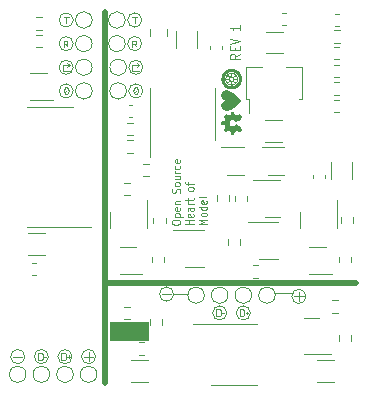
<source format=gbr>
%TF.GenerationSoftware,KiCad,Pcbnew,7.0.5*%
%TF.CreationDate,2023-07-30T18:51:37+03:00*%
%TF.ProjectId,models-heart,6d6f6465-6c73-42d6-9865-6172742e6b69,rev?*%
%TF.SameCoordinates,Original*%
%TF.FileFunction,Legend,Top*%
%TF.FilePolarity,Positive*%
%FSLAX46Y46*%
G04 Gerber Fmt 4.6, Leading zero omitted, Abs format (unit mm)*
G04 Created by KiCad (PCBNEW 7.0.5) date 2023-07-30 18:51:37*
%MOMM*%
%LPD*%
G01*
G04 APERTURE LIST*
%ADD10C,0.100000*%
%ADD11C,0.500000*%
%ADD12C,0.000000*%
%ADD13C,0.120000*%
G04 APERTURE END LIST*
D10*
X72400000Y-33700000D02*
X72200000Y-33700000D01*
X66900000Y-56500000D02*
G75*
G03*
X66900000Y-56500000I-600000J0D01*
G01*
X66500000Y-34300000D02*
X66600000Y-34000000D01*
X66300000Y-34300000D02*
X66500000Y-34300000D01*
X72900000Y-32000000D02*
G75*
G03*
X72900000Y-32000000I-600000J0D01*
G01*
X66200000Y-34000000D02*
X66300000Y-34300000D01*
X81500000Y-53000000D02*
X81400000Y-53100000D01*
X72000000Y-31800000D02*
X72600000Y-31800000D01*
X72300000Y-29750000D02*
X72300000Y-30000000D01*
X64300000Y-56200000D02*
X64400000Y-56300000D01*
D11*
X69700000Y-50300000D02*
X90900000Y-50300000D01*
D10*
X66400000Y-56300000D02*
X66400000Y-56700000D01*
X67000000Y-34000000D02*
G75*
G03*
X67000000Y-34000000I-600000J0D01*
G01*
X72400000Y-27750000D02*
X72200000Y-27750000D01*
X86500000Y-51400000D02*
X85700000Y-51400000D01*
X75500000Y-51200000D02*
G75*
G03*
X75500000Y-51200000I-600000J0D01*
G01*
X72500000Y-34000000D02*
X72400000Y-33700000D01*
X66700000Y-31800000D02*
X66500000Y-31600000D01*
X81400000Y-52500000D02*
X81100000Y-52500000D01*
X66200000Y-30000000D02*
X66500000Y-30000000D01*
X72600000Y-31800000D02*
X72400000Y-31600000D01*
X79400000Y-52500000D02*
X79500000Y-52600000D01*
X68300000Y-56100000D02*
X68300000Y-56900000D01*
X70100000Y-53600000D02*
X73300000Y-53600000D01*
X73300000Y-55100000D01*
X70100000Y-55100000D01*
X70100000Y-53600000D01*
G36*
X70100000Y-53600000D02*
G01*
X73300000Y-53600000D01*
X73300000Y-55100000D01*
X70100000Y-55100000D01*
X70100000Y-53600000D01*
G37*
X72200000Y-34300000D02*
X72400000Y-34300000D01*
X79800000Y-52800000D02*
X79600000Y-52800000D01*
X66600000Y-27750000D02*
X66400000Y-27750000D01*
X72000000Y-30000000D02*
X72300000Y-30000000D01*
X66400000Y-28250000D02*
X66400000Y-27750000D01*
X66100000Y-31800000D02*
X66700000Y-31800000D01*
X66400000Y-56700000D02*
X66300000Y-56800000D01*
X81700000Y-52700000D02*
X81700000Y-52900000D01*
X72600000Y-31800000D02*
X72400000Y-32000000D01*
X66100000Y-32300000D02*
X66100000Y-31800000D01*
D11*
X69700000Y-58700000D02*
X69700000Y-27300000D01*
D10*
X72100000Y-34000000D02*
X72200000Y-34300000D01*
X72000000Y-27750000D02*
X72400000Y-27750000D01*
X79500000Y-52600000D02*
X79500000Y-53000000D01*
X81800000Y-52800000D02*
X81600000Y-52800000D01*
X66300000Y-33700000D02*
X66200000Y-34000000D01*
D12*
G36*
X80452383Y-32136068D02*
G01*
X80508450Y-32140203D01*
X80564270Y-32147830D01*
X80619633Y-32158961D01*
X80674334Y-32173609D01*
X80728165Y-32191785D01*
X80748557Y-32199661D01*
X80768083Y-32207877D01*
X80786901Y-32216433D01*
X80805166Y-32225329D01*
X80823033Y-32234566D01*
X80840660Y-32244142D01*
X80858201Y-32254058D01*
X80875813Y-32264314D01*
X80887378Y-32271355D01*
X80898498Y-32278432D01*
X80909210Y-32285551D01*
X80919552Y-32292720D01*
X80929560Y-32299946D01*
X80939273Y-32307236D01*
X80948726Y-32314596D01*
X80957958Y-32322034D01*
X80975906Y-32337172D01*
X80993414Y-32352707D01*
X81010780Y-32368696D01*
X81028303Y-32385194D01*
X81081553Y-32440799D01*
X81102478Y-32464255D01*
X81122562Y-32489624D01*
X81141755Y-32516720D01*
X81160010Y-32545361D01*
X81177280Y-32575361D01*
X81193516Y-32606538D01*
X81208671Y-32638706D01*
X81222697Y-32671681D01*
X81235545Y-32705280D01*
X81247169Y-32739317D01*
X81257519Y-32773610D01*
X81266549Y-32807974D01*
X81274210Y-32842224D01*
X81280455Y-32876177D01*
X81285235Y-32909648D01*
X81288503Y-32942454D01*
X81290765Y-32985185D01*
X81290773Y-33028076D01*
X81288567Y-33071002D01*
X81284192Y-33113840D01*
X81277689Y-33156465D01*
X81269102Y-33198754D01*
X81258472Y-33240582D01*
X81245843Y-33281826D01*
X81231256Y-33322362D01*
X81214755Y-33362065D01*
X81196381Y-33400812D01*
X81176178Y-33438480D01*
X81154189Y-33474943D01*
X81130454Y-33510078D01*
X81105018Y-33543761D01*
X81077922Y-33575868D01*
X81075370Y-33579305D01*
X81074157Y-33580925D01*
X81072930Y-33582516D01*
X81071647Y-33584108D01*
X81070264Y-33585727D01*
X81069522Y-33586556D01*
X81068739Y-33587403D01*
X81067911Y-33588272D01*
X81067030Y-33589165D01*
X81052507Y-33603670D01*
X81051414Y-33604564D01*
X81050394Y-33605434D01*
X81049439Y-33606287D01*
X81048536Y-33607127D01*
X81047677Y-33607960D01*
X81046849Y-33608791D01*
X81045246Y-33610470D01*
X81041956Y-33614040D01*
X81040098Y-33616016D01*
X81037985Y-33618176D01*
X81011360Y-33644770D01*
X81004493Y-33651860D01*
X80997498Y-33658652D01*
X80990362Y-33665190D01*
X80983070Y-33671515D01*
X80975608Y-33677669D01*
X80967961Y-33683697D01*
X80960116Y-33689640D01*
X80952058Y-33695540D01*
X80926082Y-33714362D01*
X80899859Y-33732285D01*
X80873343Y-33749288D01*
X80846484Y-33765348D01*
X80819235Y-33780445D01*
X80791548Y-33794558D01*
X80763376Y-33807664D01*
X80734669Y-33819744D01*
X80705382Y-33830776D01*
X80675465Y-33840738D01*
X80644871Y-33849609D01*
X80613551Y-33857368D01*
X80581459Y-33863994D01*
X80548546Y-33869466D01*
X80514765Y-33873762D01*
X80480066Y-33876860D01*
X80436899Y-33879133D01*
X80404421Y-33879168D01*
X80393698Y-33879179D01*
X80350571Y-33877036D01*
X80307627Y-33872743D01*
X80264973Y-33866339D01*
X80222719Y-33857864D01*
X80180971Y-33847356D01*
X80139839Y-33834854D01*
X80099430Y-33820398D01*
X80059852Y-33804025D01*
X80021214Y-33785776D01*
X79983624Y-33765688D01*
X79947190Y-33743801D01*
X79912019Y-33720155D01*
X79878221Y-33694787D01*
X79845903Y-33667737D01*
X79844796Y-33666871D01*
X79843740Y-33666080D01*
X79842731Y-33665352D01*
X79841762Y-33664677D01*
X79838188Y-33662297D01*
X79836507Y-33661150D01*
X79835675Y-33660550D01*
X79834841Y-33659918D01*
X79834000Y-33659243D01*
X79833146Y-33658515D01*
X79832275Y-33657724D01*
X79831380Y-33656858D01*
X79820004Y-33646023D01*
X79806400Y-33632285D01*
X79791407Y-33616592D01*
X79775861Y-33599893D01*
X79760598Y-33583137D01*
X79746456Y-33567274D01*
X79734271Y-33553252D01*
X79724880Y-33542021D01*
X79706221Y-33518068D01*
X79688388Y-33492956D01*
X79671414Y-33466775D01*
X79655329Y-33439613D01*
X79640166Y-33411558D01*
X79625957Y-33382700D01*
X79612734Y-33353126D01*
X79600528Y-33322925D01*
X79589372Y-33292186D01*
X79579297Y-33260998D01*
X79570335Y-33229448D01*
X79562519Y-33197625D01*
X79555880Y-33165618D01*
X79550450Y-33133516D01*
X79546261Y-33101406D01*
X79543344Y-33069378D01*
X79541895Y-33044333D01*
X79541170Y-33019513D01*
X79541153Y-32994915D01*
X79541182Y-32993863D01*
X79808734Y-32993863D01*
X79808934Y-33025959D01*
X79810806Y-33058499D01*
X79813938Y-33087928D01*
X79818546Y-33117027D01*
X79824594Y-33145752D01*
X79832047Y-33174056D01*
X79840871Y-33201893D01*
X79851030Y-33229218D01*
X79862489Y-33255984D01*
X79875214Y-33282147D01*
X79889169Y-33307660D01*
X79904319Y-33332477D01*
X79920630Y-33356552D01*
X79938065Y-33379841D01*
X79956592Y-33402296D01*
X79976173Y-33423872D01*
X79996775Y-33444523D01*
X80018362Y-33464204D01*
X80040899Y-33482869D01*
X80064351Y-33500471D01*
X80088684Y-33516965D01*
X80113862Y-33532306D01*
X80139849Y-33546447D01*
X80166613Y-33559342D01*
X80194116Y-33570946D01*
X80222324Y-33581213D01*
X80251203Y-33590097D01*
X80280716Y-33597552D01*
X80310830Y-33603533D01*
X80341509Y-33607993D01*
X80372717Y-33610887D01*
X80404421Y-33612169D01*
X80436585Y-33611794D01*
X80469174Y-33609714D01*
X80496449Y-33606983D01*
X80522512Y-33603330D01*
X80547459Y-33598771D01*
X80571382Y-33593320D01*
X80594377Y-33586990D01*
X80616537Y-33579796D01*
X80637956Y-33571753D01*
X80658727Y-33562873D01*
X80678946Y-33553172D01*
X80698705Y-33542663D01*
X80718099Y-33531362D01*
X80737222Y-33519281D01*
X80756168Y-33506435D01*
X80775030Y-33492838D01*
X80793903Y-33478505D01*
X80812881Y-33463449D01*
X80822058Y-33456057D01*
X80830990Y-33448395D01*
X80839683Y-33440479D01*
X80848148Y-33432322D01*
X80856393Y-33423938D01*
X80864427Y-33415342D01*
X80872259Y-33406548D01*
X80879898Y-33397569D01*
X80887352Y-33388420D01*
X80894631Y-33379116D01*
X80901743Y-33369670D01*
X80908698Y-33360096D01*
X80922168Y-33340623D01*
X80935115Y-33320810D01*
X80946969Y-33300787D01*
X80958017Y-33280183D01*
X80968246Y-33259040D01*
X80977643Y-33237402D01*
X80986197Y-33215311D01*
X80993894Y-33192809D01*
X81000722Y-33169938D01*
X81006670Y-33146742D01*
X81011724Y-33123262D01*
X81015872Y-33099542D01*
X81019102Y-33075623D01*
X81021401Y-33051548D01*
X81022757Y-33027360D01*
X81023157Y-33003102D01*
X81022589Y-32978815D01*
X81021041Y-32954542D01*
X81017806Y-32925116D01*
X81013116Y-32896027D01*
X81007003Y-32867318D01*
X80999503Y-32839035D01*
X80990648Y-32811223D01*
X80980472Y-32783927D01*
X80969010Y-32757192D01*
X80956294Y-32731064D01*
X80942358Y-32705587D01*
X80927236Y-32680807D01*
X80910962Y-32656770D01*
X80893570Y-32633519D01*
X80875092Y-32611100D01*
X80855563Y-32589559D01*
X80835016Y-32568940D01*
X80813486Y-32549290D01*
X80791005Y-32530651D01*
X80767608Y-32513071D01*
X80743328Y-32496594D01*
X80718199Y-32481266D01*
X80692254Y-32467131D01*
X80665528Y-32454234D01*
X80638053Y-32442621D01*
X80609864Y-32432338D01*
X80580994Y-32423428D01*
X80551477Y-32415937D01*
X80521347Y-32409911D01*
X80490637Y-32405394D01*
X80459381Y-32402432D01*
X80427613Y-32401070D01*
X80395366Y-32401353D01*
X80362674Y-32403326D01*
X80333110Y-32406554D01*
X80303903Y-32411229D01*
X80275096Y-32417317D01*
X80246732Y-32424785D01*
X80218856Y-32433600D01*
X80191511Y-32443728D01*
X80164741Y-32455135D01*
X80138591Y-32467789D01*
X80113104Y-32481657D01*
X80088323Y-32496703D01*
X80064293Y-32512896D01*
X80041058Y-32530201D01*
X80018662Y-32548586D01*
X79997148Y-32568016D01*
X79976560Y-32588459D01*
X79956942Y-32609881D01*
X79938339Y-32632248D01*
X79920793Y-32655528D01*
X79904349Y-32679686D01*
X79889051Y-32704690D01*
X79874942Y-32730505D01*
X79862067Y-32757099D01*
X79850469Y-32784438D01*
X79840192Y-32812488D01*
X79831281Y-32841217D01*
X79823778Y-32870590D01*
X79817728Y-32900575D01*
X79813175Y-32931138D01*
X79810162Y-32962245D01*
X79808734Y-32993863D01*
X79541182Y-32993863D01*
X79541832Y-32970539D01*
X79543191Y-32946383D01*
X79545217Y-32922444D01*
X79547895Y-32898722D01*
X79551211Y-32875214D01*
X79555151Y-32851918D01*
X79559702Y-32828833D01*
X79564847Y-32805957D01*
X79570575Y-32783288D01*
X79576869Y-32760824D01*
X79583717Y-32738564D01*
X79591104Y-32716506D01*
X79599015Y-32694649D01*
X79607439Y-32672729D01*
X79616370Y-32651375D01*
X79625804Y-32630555D01*
X79635738Y-32610240D01*
X79646169Y-32590399D01*
X79657092Y-32571003D01*
X79668505Y-32552021D01*
X79680404Y-32533424D01*
X79692784Y-32515181D01*
X79705644Y-32497261D01*
X79718978Y-32479636D01*
X79732784Y-32462274D01*
X79747058Y-32445147D01*
X79761797Y-32428222D01*
X79776996Y-32411472D01*
X79792653Y-32394865D01*
X79805429Y-32382170D01*
X79816120Y-32371727D01*
X79825478Y-32362843D01*
X79834255Y-32354823D01*
X79843201Y-32346973D01*
X79853070Y-32338598D01*
X79878580Y-32317501D01*
X79923688Y-32284044D01*
X79970829Y-32253942D01*
X80019797Y-32227208D01*
X80070383Y-32203854D01*
X80122380Y-32183893D01*
X80175581Y-32167337D01*
X80229778Y-32154199D01*
X80284765Y-32144490D01*
X80340332Y-32138224D01*
X80396274Y-32135413D01*
X80452383Y-32136068D01*
G37*
D10*
X79100000Y-52500000D02*
X79100000Y-53100000D01*
X64300000Y-56800000D02*
X64000000Y-56800000D01*
X64900000Y-56500000D02*
G75*
G03*
X64900000Y-56500000I-600000J0D01*
G01*
X66500000Y-33700000D02*
X66300000Y-33700000D01*
X72900000Y-34000000D02*
G75*
G03*
X72900000Y-34000000I-600000J0D01*
G01*
X72200000Y-33700000D02*
X72100000Y-34000000D01*
X81400000Y-53100000D02*
X81100000Y-53100000D01*
X81100000Y-52500000D02*
X81100000Y-53100000D01*
X66350000Y-30000000D02*
X66500000Y-30200000D01*
X72000000Y-30250000D02*
X72000000Y-29750000D01*
X66300000Y-56200000D02*
X66400000Y-56300000D01*
X68900000Y-56500000D02*
G75*
G03*
X68900000Y-56500000I-600000J0D01*
G01*
X84100000Y-51100000D02*
X85600000Y-51100000D01*
X80000000Y-52800000D02*
G75*
G03*
X80000000Y-52800000I-600000J0D01*
G01*
X67000000Y-32000000D02*
G75*
G03*
X67000000Y-32000000I-600000J0D01*
G01*
X72600000Y-32300000D02*
X72000000Y-32300000D01*
X72000000Y-32300000D02*
X72000000Y-31800000D01*
X66700000Y-56500000D02*
X66500000Y-56500000D01*
X75300000Y-51200000D02*
X74500000Y-51200000D01*
X66200000Y-29750000D02*
X66500000Y-29750000D01*
X66200000Y-30250000D02*
X66200000Y-29750000D01*
X66200000Y-27750000D02*
X66600000Y-27750000D01*
X72200000Y-28250000D02*
X72200000Y-27750000D01*
X72400000Y-34300000D02*
X72500000Y-34000000D01*
X66000000Y-56200000D02*
X66000000Y-56800000D01*
X66600000Y-34000000D02*
X66500000Y-33700000D01*
X72000000Y-29750000D02*
X72300000Y-29750000D01*
X66700000Y-32300000D02*
X66100000Y-32300000D01*
X72800000Y-30000000D02*
G75*
G03*
X72800000Y-30000000I-600000J0D01*
G01*
X86100000Y-51000000D02*
X86100000Y-51800000D01*
X66300000Y-56800000D02*
X66000000Y-56800000D01*
X66500000Y-29750000D02*
X66500000Y-30000000D01*
X79500000Y-53000000D02*
X79400000Y-53100000D01*
X81400000Y-52500000D02*
X81500000Y-52600000D01*
X67000000Y-30000000D02*
G75*
G03*
X67000000Y-30000000I-600000J0D01*
G01*
X66500000Y-33900000D02*
X66300000Y-34100000D01*
X72800000Y-28000000D02*
G75*
G03*
X72800000Y-28000000I-600000J0D01*
G01*
D12*
G36*
X80018888Y-33945822D02*
G01*
X80059950Y-33949574D01*
X80101006Y-33955730D01*
X80142056Y-33964209D01*
X80183101Y-33974930D01*
X80224141Y-33987813D01*
X80265177Y-34002778D01*
X80306209Y-34019745D01*
X80388262Y-34059362D01*
X80470304Y-34106021D01*
X80552339Y-34159080D01*
X80634371Y-34217895D01*
X80716403Y-34281824D01*
X80798439Y-34350224D01*
X80880481Y-34422452D01*
X80962534Y-34497866D01*
X81126686Y-34655679D01*
X81290924Y-34818520D01*
X81126686Y-34981709D01*
X80962534Y-35139685D01*
X80880481Y-35215124D01*
X80798439Y-35287348D01*
X80716403Y-35355719D01*
X80634371Y-35419599D01*
X80552339Y-35478351D01*
X80470304Y-35531338D01*
X80388262Y-35577922D01*
X80306209Y-35617465D01*
X80265177Y-35634398D01*
X80224141Y-35649331D01*
X80183101Y-35662185D01*
X80142056Y-35672881D01*
X80101006Y-35681339D01*
X80059950Y-35687479D01*
X80018888Y-35691221D01*
X79977819Y-35692487D01*
X79955376Y-35691918D01*
X79933224Y-35690229D01*
X79911389Y-35687448D01*
X79889900Y-35683602D01*
X79868783Y-35678720D01*
X79848068Y-35672829D01*
X79827781Y-35665957D01*
X79807951Y-35658130D01*
X79788605Y-35649378D01*
X79769770Y-35639727D01*
X79751474Y-35629205D01*
X79733746Y-35617841D01*
X79716613Y-35605660D01*
X79700102Y-35592693D01*
X79684241Y-35578965D01*
X79669058Y-35564504D01*
X79654580Y-35549339D01*
X79640836Y-35533497D01*
X79627853Y-35517006D01*
X79615658Y-35499892D01*
X79604280Y-35482185D01*
X79593746Y-35463911D01*
X79584084Y-35445099D01*
X79575321Y-35425775D01*
X79567486Y-35405968D01*
X79560605Y-35385705D01*
X79554707Y-35365015D01*
X79549819Y-35343923D01*
X79545969Y-35322459D01*
X79543185Y-35300650D01*
X79541494Y-35278524D01*
X79540924Y-35256108D01*
X79541243Y-35235915D01*
X79542201Y-35216346D01*
X79543797Y-35197381D01*
X79546032Y-35178999D01*
X79548906Y-35161181D01*
X79552420Y-35143905D01*
X79556573Y-35127151D01*
X79561366Y-35110900D01*
X79566798Y-35095130D01*
X79572871Y-35079822D01*
X79579585Y-35064954D01*
X79586939Y-35050507D01*
X79594934Y-35036460D01*
X79603570Y-35022793D01*
X79612847Y-35009485D01*
X79622766Y-34996517D01*
X79633327Y-34983867D01*
X79644529Y-34971516D01*
X79668861Y-34947626D01*
X79695764Y-34924686D01*
X79725239Y-34902532D01*
X79757288Y-34881002D01*
X79791913Y-34859931D01*
X79829116Y-34839158D01*
X79868898Y-34818520D01*
X79829116Y-34798081D01*
X79791913Y-34777459D01*
X79757288Y-34756496D01*
X79725239Y-34735037D01*
X79695764Y-34712927D01*
X79668861Y-34690009D01*
X79644529Y-34666128D01*
X79633327Y-34653778D01*
X79622766Y-34641128D01*
X79612847Y-34628160D01*
X79603570Y-34614853D01*
X79594934Y-34601189D01*
X79586939Y-34587147D01*
X79579585Y-34572709D01*
X79572871Y-34557855D01*
X79566798Y-34542565D01*
X79561366Y-34526820D01*
X79556573Y-34510601D01*
X79552420Y-34493887D01*
X79548906Y-34476660D01*
X79546032Y-34458901D01*
X79543797Y-34440588D01*
X79542201Y-34421704D01*
X79541243Y-34402228D01*
X79540924Y-34382141D01*
X79541494Y-34359615D01*
X79543185Y-34337386D01*
X79545969Y-34315481D01*
X79549819Y-34293927D01*
X79554707Y-34272752D01*
X79560605Y-34251983D01*
X79567486Y-34231649D01*
X79575321Y-34211775D01*
X79584084Y-34192391D01*
X79593746Y-34173522D01*
X79604280Y-34155197D01*
X79615658Y-34137443D01*
X79627853Y-34120288D01*
X79640836Y-34103758D01*
X79654580Y-34087882D01*
X79669058Y-34072687D01*
X79684241Y-34058200D01*
X79700102Y-34044449D01*
X79716613Y-34031461D01*
X79733746Y-34019264D01*
X79751474Y-34007884D01*
X79769770Y-33997350D01*
X79788605Y-33987690D01*
X79807951Y-33978929D01*
X79827781Y-33971096D01*
X79848068Y-33964219D01*
X79868783Y-33958325D01*
X79889900Y-33953440D01*
X79911389Y-33949594D01*
X79933224Y-33946812D01*
X79955376Y-33945123D01*
X79977819Y-33944554D01*
X80018888Y-33945822D01*
G37*
D10*
X62700000Y-56500000D02*
X61900000Y-56500000D01*
X75500000Y-51200000D02*
X76700000Y-51200000D01*
X72150000Y-30000000D02*
X72300000Y-30200000D01*
X67000000Y-28000000D02*
G75*
G03*
X67000000Y-28000000I-600000J0D01*
G01*
X86700000Y-51400000D02*
G75*
G03*
X86700000Y-51400000I-600000J0D01*
G01*
D12*
G36*
X80447176Y-32465827D02*
G01*
X80490958Y-32470113D01*
X80534230Y-32477827D01*
X80576743Y-32488930D01*
X80618249Y-32503383D01*
X80638547Y-32511853D01*
X80658500Y-32521147D01*
X80678078Y-32531259D01*
X80697248Y-32542184D01*
X80715980Y-32553917D01*
X80734244Y-32566454D01*
X80752008Y-32579789D01*
X80769240Y-32593918D01*
X80785911Y-32608836D01*
X80801989Y-32624538D01*
X80817117Y-32640299D01*
X80831625Y-32656741D01*
X80845488Y-32673834D01*
X80858681Y-32691551D01*
X80871178Y-32709862D01*
X80882956Y-32728741D01*
X80893990Y-32748157D01*
X80904254Y-32768083D01*
X80913723Y-32788491D01*
X80922374Y-32809353D01*
X80930181Y-32830639D01*
X80937119Y-32852322D01*
X80943164Y-32874373D01*
X80948290Y-32896765D01*
X80952473Y-32919467D01*
X80955689Y-32942454D01*
X80958522Y-32972062D01*
X80959787Y-33001260D01*
X80959529Y-33030019D01*
X80957788Y-33058310D01*
X80954607Y-33086106D01*
X80950030Y-33113377D01*
X80944098Y-33140096D01*
X80936854Y-33166234D01*
X80928341Y-33191763D01*
X80918602Y-33216654D01*
X80907678Y-33240880D01*
X80895612Y-33264411D01*
X80882447Y-33287221D01*
X80868226Y-33309279D01*
X80852990Y-33330558D01*
X80836783Y-33351030D01*
X80819647Y-33370666D01*
X80801625Y-33389438D01*
X80782759Y-33407317D01*
X80771733Y-33416824D01*
X80763091Y-33424276D01*
X80742665Y-33440286D01*
X80721522Y-33455318D01*
X80699706Y-33469344D01*
X80677259Y-33482337D01*
X80654223Y-33494266D01*
X80630641Y-33505105D01*
X80606556Y-33514826D01*
X80582010Y-33523398D01*
X80557045Y-33530795D01*
X80531705Y-33536988D01*
X80506031Y-33541948D01*
X80480066Y-33545648D01*
X80457288Y-33547902D01*
X80457072Y-33547915D01*
X80434787Y-33549232D01*
X80412554Y-33549648D01*
X80409426Y-33549578D01*
X80390585Y-33549161D01*
X80373566Y-33548080D01*
X80368870Y-33547781D01*
X80347404Y-33545520D01*
X80326179Y-33542388D01*
X80305187Y-33538395D01*
X80284423Y-33533552D01*
X80263879Y-33527870D01*
X80243547Y-33521359D01*
X80223421Y-33514030D01*
X80203493Y-33505894D01*
X80183757Y-33496960D01*
X80164206Y-33487241D01*
X80144831Y-33476746D01*
X80139092Y-33473622D01*
X80133637Y-33470570D01*
X80128408Y-33467545D01*
X80123350Y-33464507D01*
X80118405Y-33461411D01*
X80113516Y-33458217D01*
X80108628Y-33454881D01*
X80103683Y-33451361D01*
X80099291Y-33448032D01*
X80094417Y-33444448D01*
X80084017Y-33436855D01*
X80078888Y-33433016D01*
X80074070Y-33429262D01*
X80071841Y-33427444D01*
X80069764Y-33425678D01*
X80067864Y-33423977D01*
X80066166Y-33422349D01*
X80060115Y-33416790D01*
X80047048Y-33404784D01*
X80038914Y-33397149D01*
X80031220Y-33389712D01*
X80023583Y-33382048D01*
X80015620Y-33373733D01*
X80006947Y-33364341D01*
X80004767Y-33361909D01*
X80121837Y-33361909D01*
X80134062Y-33369870D01*
X80146344Y-33378228D01*
X80158853Y-33386813D01*
X80171759Y-33395454D01*
X80178414Y-33399742D01*
X80185232Y-33403981D01*
X80192235Y-33408150D01*
X80199443Y-33412226D01*
X80206878Y-33416189D01*
X80214562Y-33420017D01*
X80222514Y-33423689D01*
X80230758Y-33427185D01*
X80244588Y-33432957D01*
X80261071Y-33439141D01*
X80279453Y-33445352D01*
X80298985Y-33451210D01*
X80308947Y-33453886D01*
X80318914Y-33456331D01*
X80328792Y-33458495D01*
X80338488Y-33460332D01*
X80347907Y-33461794D01*
X80356956Y-33462833D01*
X80365540Y-33463400D01*
X80373566Y-33463449D01*
X80457072Y-33463449D01*
X80477254Y-33461348D01*
X80496215Y-33458651D01*
X80505319Y-33457071D01*
X80514213Y-33455332D01*
X80522930Y-33453430D01*
X80531501Y-33451361D01*
X80548336Y-33446710D01*
X80564972Y-33441350D01*
X80581665Y-33435255D01*
X80598669Y-33428394D01*
X80604653Y-33425867D01*
X80611195Y-33422857D01*
X80625578Y-33415607D01*
X80641068Y-33407081D01*
X80656912Y-33397720D01*
X80672359Y-33387962D01*
X80686657Y-33378247D01*
X80693141Y-33373543D01*
X80699055Y-33369013D01*
X80704306Y-33364714D01*
X80708801Y-33360700D01*
X80536947Y-33187841D01*
X80532088Y-33189934D01*
X80527459Y-33192117D01*
X80523008Y-33194367D01*
X80518680Y-33196662D01*
X80510185Y-33201291D01*
X80505911Y-33203581D01*
X80501548Y-33205822D01*
X80497043Y-33207993D01*
X80492344Y-33210069D01*
X80487396Y-33212029D01*
X80482146Y-33213849D01*
X80476543Y-33215506D01*
X80470531Y-33216978D01*
X80464059Y-33218240D01*
X80457072Y-33219270D01*
X80457072Y-33463449D01*
X80373566Y-33463449D01*
X80373566Y-33220479D01*
X80363706Y-33218001D01*
X80354939Y-33215556D01*
X80347165Y-33213151D01*
X80340284Y-33210790D01*
X80334198Y-33208478D01*
X80328806Y-33206221D01*
X80324010Y-33204025D01*
X80319710Y-33201893D01*
X80305490Y-33194131D01*
X80302183Y-33192407D01*
X80298777Y-33190780D01*
X80295172Y-33189257D01*
X80291270Y-33187841D01*
X80164195Y-33315974D01*
X80161605Y-33318496D01*
X80158851Y-33321072D01*
X80152981Y-33326382D01*
X80146857Y-33331890D01*
X80140747Y-33337582D01*
X80137781Y-33340493D01*
X80134920Y-33343444D01*
X80132197Y-33346435D01*
X80129647Y-33349462D01*
X80127301Y-33352525D01*
X80125196Y-33355622D01*
X80123363Y-33358750D01*
X80122559Y-33360326D01*
X80121837Y-33361909D01*
X80004767Y-33361909D01*
X79997183Y-33353448D01*
X79985386Y-33339633D01*
X79974063Y-33324977D01*
X79963232Y-33309545D01*
X79957245Y-33300178D01*
X79952914Y-33293404D01*
X79943128Y-33276618D01*
X79933893Y-33259253D01*
X79925229Y-33241374D01*
X79917156Y-33223048D01*
X79909692Y-33204339D01*
X79902858Y-33185313D01*
X79896672Y-33166035D01*
X79891155Y-33146572D01*
X79886325Y-33126988D01*
X79882203Y-33107349D01*
X79878808Y-33087721D01*
X79876159Y-33068169D01*
X79874361Y-33048829D01*
X79958455Y-33048829D01*
X79959065Y-33063803D01*
X79960838Y-33079611D01*
X79963688Y-33096091D01*
X79967532Y-33113084D01*
X79972283Y-33130432D01*
X79977857Y-33147974D01*
X79984168Y-33165552D01*
X79991131Y-33183006D01*
X79998662Y-33200176D01*
X80006675Y-33216904D01*
X80015086Y-33233030D01*
X80023808Y-33248395D01*
X80032757Y-33262838D01*
X80041848Y-33276202D01*
X80050995Y-33288326D01*
X80060115Y-33299051D01*
X80234389Y-33128610D01*
X80228465Y-33118340D01*
X80223307Y-33109004D01*
X80220971Y-33104555D01*
X80218774Y-33100179D01*
X80216697Y-33095825D01*
X80214722Y-33091439D01*
X80212833Y-33086968D01*
X80211011Y-33082359D01*
X80209239Y-33077558D01*
X80207499Y-33072514D01*
X80205773Y-33067171D01*
X80204043Y-33061478D01*
X80200502Y-33048829D01*
X79958455Y-33048829D01*
X79874361Y-33048829D01*
X79873285Y-33037263D01*
X79872382Y-33007523D01*
X80280574Y-33007523D01*
X80280910Y-33014735D01*
X80281647Y-33022059D01*
X80282798Y-33029488D01*
X80284081Y-33035694D01*
X80285655Y-33041838D01*
X80287515Y-33047909D01*
X80289655Y-33053895D01*
X80292069Y-33059783D01*
X80294751Y-33065562D01*
X80297695Y-33071220D01*
X80300895Y-33076744D01*
X80304345Y-33082123D01*
X80308038Y-33087346D01*
X80311970Y-33092398D01*
X80316134Y-33097270D01*
X80320524Y-33101949D01*
X80325134Y-33106423D01*
X80329957Y-33110680D01*
X80334989Y-33114708D01*
X80340224Y-33118496D01*
X80345654Y-33122030D01*
X80351274Y-33125300D01*
X80357079Y-33128293D01*
X80363061Y-33130998D01*
X80369216Y-33133402D01*
X80375537Y-33135493D01*
X80382018Y-33137260D01*
X80388654Y-33138691D01*
X80395438Y-33139773D01*
X80402364Y-33140495D01*
X80409426Y-33140844D01*
X80416619Y-33140809D01*
X80423935Y-33140378D01*
X80431371Y-33139539D01*
X80438918Y-33138280D01*
X80445018Y-33136999D01*
X80451058Y-33135427D01*
X80457025Y-33133570D01*
X80462908Y-33131433D01*
X80468697Y-33129025D01*
X80472145Y-33127401D01*
X80597459Y-33127401D01*
X80599815Y-33130458D01*
X80605245Y-33136613D01*
X80623668Y-33156450D01*
X80649409Y-33183369D01*
X80679150Y-33213830D01*
X80709571Y-33244291D01*
X80737355Y-33271211D01*
X80749220Y-33282236D01*
X80759181Y-33291048D01*
X80766824Y-33297203D01*
X80771733Y-33300260D01*
X80779703Y-33288049D01*
X80788071Y-33275782D01*
X80796666Y-33263288D01*
X80805317Y-33250397D01*
X80809611Y-33243750D01*
X80813855Y-33236939D01*
X80818028Y-33229945D01*
X80822109Y-33222745D01*
X80826077Y-33215319D01*
X80829909Y-33207645D01*
X80833586Y-33199701D01*
X80837086Y-33191468D01*
X80843163Y-33176414D01*
X80849396Y-33159661D01*
X80855487Y-33141661D01*
X80861139Y-33122868D01*
X80863707Y-33113315D01*
X80866053Y-33103735D01*
X80868141Y-33094182D01*
X80869932Y-33084715D01*
X80871390Y-33075389D01*
X80872478Y-33066262D01*
X80873158Y-33057389D01*
X80873393Y-33048829D01*
X80628925Y-33048829D01*
X80626737Y-33057905D01*
X80624694Y-33065740D01*
X80622772Y-33072481D01*
X80620945Y-33078274D01*
X80619190Y-33083267D01*
X80617480Y-33087607D01*
X80615792Y-33091440D01*
X80614100Y-33094914D01*
X80610606Y-33101371D01*
X80606801Y-33108154D01*
X80604719Y-33112035D01*
X80602484Y-33116439D01*
X80600073Y-33121512D01*
X80597459Y-33127401D01*
X80472145Y-33127401D01*
X80474379Y-33126349D01*
X80479944Y-33123413D01*
X80485380Y-33120224D01*
X80490676Y-33116786D01*
X80495821Y-33113107D01*
X80500803Y-33109192D01*
X80505611Y-33105047D01*
X80510234Y-33100680D01*
X80514661Y-33096096D01*
X80518879Y-33091301D01*
X80522878Y-33086302D01*
X80526647Y-33081104D01*
X80530174Y-33075714D01*
X80533448Y-33070138D01*
X80536458Y-33064382D01*
X80539192Y-33058453D01*
X80541639Y-33052357D01*
X80543788Y-33046099D01*
X80545627Y-33039687D01*
X80547145Y-33033126D01*
X80548331Y-33026422D01*
X80549174Y-33019582D01*
X80549662Y-33012612D01*
X80549784Y-33005517D01*
X80549528Y-32998305D01*
X80548884Y-32990982D01*
X80547839Y-32983553D01*
X80546554Y-32977460D01*
X80544969Y-32971428D01*
X80543093Y-32965468D01*
X80540933Y-32959592D01*
X80538493Y-32953810D01*
X80536947Y-32950573D01*
X80535783Y-32948134D01*
X80532807Y-32942576D01*
X80529573Y-32937146D01*
X80526087Y-32931856D01*
X80522355Y-32926718D01*
X80518386Y-32921741D01*
X80514185Y-32916939D01*
X80509758Y-32912321D01*
X80505113Y-32907900D01*
X80500256Y-32903687D01*
X80495194Y-32899692D01*
X80489934Y-32895928D01*
X80484481Y-32892405D01*
X80478843Y-32889134D01*
X80473027Y-32886128D01*
X80471957Y-32885640D01*
X80597459Y-32885640D01*
X80599727Y-32890891D01*
X80601988Y-32895811D01*
X80606460Y-32904905D01*
X80610819Y-32913433D01*
X80615008Y-32921904D01*
X80617020Y-32926277D01*
X80618969Y-32930828D01*
X80620847Y-32935620D01*
X80622647Y-32940716D01*
X80624362Y-32946180D01*
X80625985Y-32952077D01*
X80627508Y-32958469D01*
X80628925Y-32965421D01*
X80873393Y-32965421D01*
X80872985Y-32956117D01*
X80872232Y-32946800D01*
X80871156Y-32937487D01*
X80869781Y-32928193D01*
X80868129Y-32918935D01*
X80866223Y-32909728D01*
X80864088Y-32900589D01*
X80861744Y-32891533D01*
X80856527Y-32873733D01*
X80850758Y-32856458D01*
X80844619Y-32839835D01*
X80838296Y-32823991D01*
X80834796Y-32815730D01*
X80831115Y-32807712D01*
X80827271Y-32799924D01*
X80823281Y-32792354D01*
X80819164Y-32784989D01*
X80814937Y-32777818D01*
X80806225Y-32764004D01*
X80797285Y-32750813D01*
X80788260Y-32738147D01*
X80770523Y-32713989D01*
X80769036Y-32714719D01*
X80767310Y-32715763D01*
X80763202Y-32718716D01*
X80758325Y-32722696D01*
X80752804Y-32727551D01*
X80746766Y-32733128D01*
X80740335Y-32739275D01*
X80726803Y-32752671D01*
X80682176Y-32798606D01*
X80636640Y-32842576D01*
X80623945Y-32855233D01*
X80612568Y-32867111D01*
X80607662Y-32872532D01*
X80603432Y-32877487D01*
X80599993Y-32881887D01*
X80597459Y-32885640D01*
X80471957Y-32885640D01*
X80467039Y-32883398D01*
X80460885Y-32880953D01*
X80454573Y-32878807D01*
X80448109Y-32876970D01*
X80441499Y-32875454D01*
X80434750Y-32874269D01*
X80427870Y-32873427D01*
X80420864Y-32872940D01*
X80413739Y-32872819D01*
X80406503Y-32873074D01*
X80399160Y-32873717D01*
X80391719Y-32874760D01*
X80385616Y-32876041D01*
X80379567Y-32877614D01*
X80373584Y-32879471D01*
X80367680Y-32881607D01*
X80361866Y-32884016D01*
X80356155Y-32886692D01*
X80350558Y-32889627D01*
X80345087Y-32892817D01*
X80339755Y-32896255D01*
X80334573Y-32899934D01*
X80329553Y-32903849D01*
X80324707Y-32907993D01*
X80320048Y-32912360D01*
X80315586Y-32916945D01*
X80311335Y-32921740D01*
X80307305Y-32926739D01*
X80303510Y-32931937D01*
X80299961Y-32937327D01*
X80296669Y-32942903D01*
X80293648Y-32948658D01*
X80290908Y-32954587D01*
X80290059Y-32956702D01*
X80288462Y-32960684D01*
X80286322Y-32966941D01*
X80284500Y-32973354D01*
X80283007Y-32979915D01*
X80281857Y-32986619D01*
X80281060Y-32993459D01*
X80280628Y-33000429D01*
X80280574Y-33007523D01*
X79872382Y-33007523D01*
X79872344Y-33006263D01*
X79873282Y-32975273D01*
X79874164Y-32965421D01*
X79957245Y-32965421D01*
X80201712Y-32965421D01*
X80203116Y-32958642D01*
X80204603Y-32952325D01*
X80206172Y-32946422D01*
X80207820Y-32940886D01*
X80209547Y-32935668D01*
X80211349Y-32930722D01*
X80213226Y-32925999D01*
X80215176Y-32921450D01*
X80219287Y-32912689D01*
X80223667Y-32904055D01*
X80233178Y-32885640D01*
X80061325Y-32713989D01*
X80052817Y-32724131D01*
X80044145Y-32735453D01*
X80035403Y-32747862D01*
X80026682Y-32761265D01*
X80018074Y-32775567D01*
X80009673Y-32790675D01*
X80001568Y-32806495D01*
X79993854Y-32822933D01*
X79986623Y-32839895D01*
X79979965Y-32857287D01*
X79973974Y-32875016D01*
X79968742Y-32892987D01*
X79964361Y-32911107D01*
X79960923Y-32929282D01*
X79958520Y-32947418D01*
X79957245Y-32965421D01*
X79874164Y-32965421D01*
X79876046Y-32944399D01*
X79880582Y-32913744D01*
X79886838Y-32883413D01*
X79894761Y-32853511D01*
X79904297Y-32824142D01*
X79915393Y-32795410D01*
X79927996Y-32767420D01*
X79942052Y-32740276D01*
X79957510Y-32714084D01*
X79974314Y-32688946D01*
X79992413Y-32664969D01*
X80003166Y-32652340D01*
X80121837Y-32652340D01*
X80122561Y-32653818D01*
X80123586Y-32655522D01*
X80126467Y-32659550D01*
X80130338Y-32664308D01*
X80135055Y-32669679D01*
X80140473Y-32675545D01*
X80146450Y-32681791D01*
X80159505Y-32694951D01*
X80205343Y-32739374D01*
X80247701Y-32781682D01*
X80270242Y-32803441D01*
X80276125Y-32809305D01*
X80281569Y-32815000D01*
X80284042Y-32817730D01*
X80286303Y-32820355D01*
X80288321Y-32822851D01*
X80290059Y-32825199D01*
X80292058Y-32824612D01*
X80293976Y-32823983D01*
X80295825Y-32823314D01*
X80297619Y-32822607D01*
X80301085Y-32821082D01*
X80304469Y-32819420D01*
X80319105Y-32811600D01*
X80323518Y-32809406D01*
X80328423Y-32807138D01*
X80333917Y-32804806D01*
X80340095Y-32802421D01*
X80343471Y-32801212D01*
X80347053Y-32799993D01*
X80350855Y-32798767D01*
X80354887Y-32797534D01*
X80359163Y-32796295D01*
X80363693Y-32795053D01*
X80368490Y-32793808D01*
X80373566Y-32792562D01*
X80373566Y-32550800D01*
X80365208Y-32550822D01*
X80356514Y-32551313D01*
X80347543Y-32552232D01*
X80338355Y-32553539D01*
X80329012Y-32555193D01*
X80319573Y-32557154D01*
X80310099Y-32559380D01*
X80300649Y-32561831D01*
X80282065Y-32567244D01*
X80264304Y-32573069D01*
X80247848Y-32578978D01*
X80233178Y-32584647D01*
X80225120Y-32588278D01*
X80217275Y-32591938D01*
X80209628Y-32595654D01*
X80202166Y-32599455D01*
X80194874Y-32603369D01*
X80187738Y-32607425D01*
X80180744Y-32611652D01*
X80173877Y-32616076D01*
X80171903Y-32617196D01*
X80170052Y-32618293D01*
X80168309Y-32619372D01*
X80166653Y-32620439D01*
X80163538Y-32622557D01*
X80160564Y-32624689D01*
X80154475Y-32629165D01*
X80151076Y-32631595D01*
X80147252Y-32634208D01*
X80144075Y-32636524D01*
X80140898Y-32638911D01*
X80134544Y-32643727D01*
X80131367Y-32646072D01*
X80128191Y-32648317D01*
X80126602Y-32649389D01*
X80125014Y-32650421D01*
X80123425Y-32651406D01*
X80121837Y-32652340D01*
X80003166Y-32652340D01*
X80011752Y-32642256D01*
X80032279Y-32620911D01*
X80038291Y-32615034D01*
X80044516Y-32609191D01*
X80057562Y-32597642D01*
X80071317Y-32586319D01*
X80085681Y-32575279D01*
X80100556Y-32564579D01*
X80115842Y-32554276D01*
X80123260Y-32549592D01*
X80457072Y-32549592D01*
X80457072Y-32793770D01*
X80462513Y-32794785D01*
X80467926Y-32795999D01*
X80473282Y-32797383D01*
X80478554Y-32798908D01*
X80483711Y-32800546D01*
X80488727Y-32802270D01*
X80493573Y-32804050D01*
X80498220Y-32805858D01*
X80500915Y-32806819D01*
X80503557Y-32807879D01*
X80506150Y-32809024D01*
X80508696Y-32810240D01*
X80511200Y-32811513D01*
X80513665Y-32812828D01*
X80518491Y-32815529D01*
X80523205Y-32818230D01*
X80527833Y-32820817D01*
X80530124Y-32822033D01*
X80532404Y-32823178D01*
X80534678Y-32824238D01*
X80536947Y-32825199D01*
X80710011Y-32653549D01*
X80698541Y-32644493D01*
X80686385Y-32635497D01*
X80673567Y-32626622D01*
X80660108Y-32617927D01*
X80646032Y-32609473D01*
X80631362Y-32601320D01*
X80616122Y-32593528D01*
X80600333Y-32586158D01*
X80584020Y-32579270D01*
X80567206Y-32572923D01*
X80549912Y-32567178D01*
X80532163Y-32562095D01*
X80513982Y-32557735D01*
X80495390Y-32554158D01*
X80476413Y-32551423D01*
X80457072Y-32549592D01*
X80123260Y-32549592D01*
X80131441Y-32544426D01*
X80147252Y-32535086D01*
X80167286Y-32524220D01*
X80187659Y-32514284D01*
X80208338Y-32505274D01*
X80229292Y-32497183D01*
X80250492Y-32490009D01*
X80271905Y-32483744D01*
X80293500Y-32478386D01*
X80315247Y-32473928D01*
X80337115Y-32470366D01*
X80359072Y-32467696D01*
X80403131Y-32465008D01*
X80447176Y-32465827D01*
G37*
D10*
X66600000Y-56400000D02*
X66600000Y-56600000D01*
X64400000Y-56300000D02*
X64400000Y-56700000D01*
X64700000Y-56500000D02*
X64500000Y-56500000D01*
X82000000Y-52800000D02*
G75*
G03*
X82000000Y-52800000I-600000J0D01*
G01*
X64400000Y-56700000D02*
X64300000Y-56800000D01*
X66300000Y-56200000D02*
X66000000Y-56200000D01*
X64300000Y-56200000D02*
X64000000Y-56200000D01*
X79400000Y-53100000D02*
X79100000Y-53100000D01*
X68700000Y-56500000D02*
X67900000Y-56500000D01*
X72400000Y-33900000D02*
X72200000Y-34100000D01*
X62900000Y-56500000D02*
G75*
G03*
X62900000Y-56500000I-600000J0D01*
G01*
X64000000Y-56200000D02*
X64000000Y-56800000D01*
X81500000Y-52600000D02*
X81500000Y-53000000D01*
X66700000Y-31800000D02*
X66500000Y-32000000D01*
D12*
G36*
X80648289Y-35768641D02*
G01*
X80694278Y-36020073D01*
X80705662Y-36023647D01*
X80718350Y-36028325D01*
X80746848Y-36040075D01*
X80778181Y-36053497D01*
X80810763Y-36066763D01*
X80827026Y-36072767D01*
X80843004Y-36078046D01*
X80858501Y-36082373D01*
X80873317Y-36085519D01*
X80880408Y-36086577D01*
X80887254Y-36087255D01*
X80893830Y-36087523D01*
X80900112Y-36087353D01*
X80906076Y-36086717D01*
X80911695Y-36085585D01*
X80916945Y-36083930D01*
X80921802Y-36081722D01*
X80933376Y-36075450D01*
X80944953Y-36068491D01*
X80956537Y-36060952D01*
X80968131Y-36052938D01*
X80991367Y-36035910D01*
X81014688Y-36018260D01*
X81038122Y-36000836D01*
X81049890Y-35992475D01*
X81061698Y-35984489D01*
X81073548Y-35976985D01*
X81085444Y-35970068D01*
X81097390Y-35963846D01*
X81109388Y-35958424D01*
X81289714Y-36142163D01*
X81286166Y-36151947D01*
X81281927Y-36161796D01*
X81277072Y-36171687D01*
X81271673Y-36181600D01*
X81265807Y-36191512D01*
X81259547Y-36201403D01*
X81252969Y-36211252D01*
X81246145Y-36221037D01*
X81191685Y-36294472D01*
X81186121Y-36302426D01*
X81181210Y-36309770D01*
X81176926Y-36316547D01*
X81173240Y-36322799D01*
X81170127Y-36328567D01*
X81167558Y-36333893D01*
X81165506Y-36338821D01*
X81163944Y-36343391D01*
X81162844Y-36347646D01*
X81162181Y-36351628D01*
X81161925Y-36355378D01*
X81162050Y-36358940D01*
X81162529Y-36362355D01*
X81163335Y-36365665D01*
X81164439Y-36368912D01*
X81165816Y-36372138D01*
X81169275Y-36378696D01*
X81173496Y-36385675D01*
X81178258Y-36393413D01*
X81183345Y-36402245D01*
X81188539Y-36412507D01*
X81191107Y-36418280D01*
X81193620Y-36424537D01*
X81196051Y-36431319D01*
X81198372Y-36438670D01*
X81200557Y-36446631D01*
X81202577Y-36455243D01*
X80776574Y-36626894D01*
X80767560Y-36617055D01*
X80757676Y-36605071D01*
X80734764Y-36576520D01*
X80721471Y-36560877D01*
X80706775Y-36544938D01*
X80690544Y-36529165D01*
X80672645Y-36514021D01*
X80652945Y-36499968D01*
X80642378Y-36493495D01*
X80631310Y-36487468D01*
X80619726Y-36481944D01*
X80607609Y-36476983D01*
X80594941Y-36472640D01*
X80581707Y-36468974D01*
X80567890Y-36466044D01*
X80553473Y-36463906D01*
X80538439Y-36462618D01*
X80522772Y-36462239D01*
X80506456Y-36462825D01*
X80489473Y-36464435D01*
X80471807Y-36467127D01*
X80453441Y-36470958D01*
X80427835Y-36478271D01*
X80403889Y-36487436D01*
X80381604Y-36498326D01*
X80360981Y-36510818D01*
X80342021Y-36524785D01*
X80324725Y-36540103D01*
X80309093Y-36556647D01*
X80295127Y-36574292D01*
X80282828Y-36592912D01*
X80272195Y-36612383D01*
X80263231Y-36632579D01*
X80255936Y-36653376D01*
X80250312Y-36674649D01*
X80246357Y-36696272D01*
X80244075Y-36718120D01*
X80243465Y-36740068D01*
X80244529Y-36761992D01*
X80247267Y-36783765D01*
X80251681Y-36805264D01*
X80257771Y-36826363D01*
X80265538Y-36846937D01*
X80274982Y-36866861D01*
X80286106Y-36886009D01*
X80298909Y-36904258D01*
X80313393Y-36921481D01*
X80329559Y-36937554D01*
X80347407Y-36952352D01*
X80366938Y-36965749D01*
X80388153Y-36977621D01*
X80411053Y-36987842D01*
X80435640Y-36996287D01*
X80461913Y-37002832D01*
X80480178Y-37005987D01*
X80497770Y-37008012D01*
X80514699Y-37008968D01*
X80530981Y-37008914D01*
X80546629Y-37007911D01*
X80561654Y-37006020D01*
X80576072Y-37003299D01*
X80589895Y-36999810D01*
X80603137Y-36995613D01*
X80615810Y-36990768D01*
X80627928Y-36985335D01*
X80639505Y-36979374D01*
X80650554Y-36972946D01*
X80661087Y-36966110D01*
X80671119Y-36958927D01*
X80680663Y-36951458D01*
X80689731Y-36943762D01*
X80698338Y-36935899D01*
X80714218Y-36919916D01*
X80728412Y-36903989D01*
X80741023Y-36888600D01*
X80761928Y-36861364D01*
X80770434Y-36850480D01*
X80777784Y-36842061D01*
X81200156Y-37022173D01*
X81198243Y-37030662D01*
X81196153Y-37038481D01*
X81193915Y-37045675D01*
X81191559Y-37052289D01*
X81189114Y-37058369D01*
X81186608Y-37063958D01*
X81181530Y-37073850D01*
X81176559Y-37082324D01*
X81171926Y-37089743D01*
X81167864Y-37096469D01*
X81164606Y-37102861D01*
X81163350Y-37106045D01*
X81162382Y-37109282D01*
X81161731Y-37112615D01*
X81161426Y-37116092D01*
X81161496Y-37119756D01*
X81161970Y-37123653D01*
X81162877Y-37127828D01*
X81164246Y-37132326D01*
X81166106Y-37137192D01*
X81168486Y-37142472D01*
X81171416Y-37148210D01*
X81174923Y-37154452D01*
X81179038Y-37161243D01*
X81183789Y-37168629D01*
X81195315Y-37185362D01*
X81208408Y-37202949D01*
X81221997Y-37220436D01*
X81235671Y-37237952D01*
X81249019Y-37255624D01*
X81255443Y-37264558D01*
X81261630Y-37273579D01*
X81267530Y-37282702D01*
X81273092Y-37291945D01*
X81278263Y-37301321D01*
X81282993Y-37310849D01*
X81287231Y-37320542D01*
X81290924Y-37330419D01*
X81108178Y-37511739D01*
X81101294Y-37508922D01*
X81094684Y-37505917D01*
X81088311Y-37502735D01*
X81082139Y-37499387D01*
X81076130Y-37495883D01*
X81070247Y-37492233D01*
X81064453Y-37488449D01*
X81058710Y-37484541D01*
X81047229Y-37476396D01*
X81035507Y-37467882D01*
X81023247Y-37459086D01*
X81010149Y-37450090D01*
X80953093Y-37412960D01*
X80931910Y-37400143D01*
X80914503Y-37390802D01*
X80906953Y-37387352D01*
X80900031Y-37384670D01*
X80893634Y-37382723D01*
X80887656Y-37381479D01*
X80881991Y-37380903D01*
X80876535Y-37380961D01*
X80871182Y-37381622D01*
X80865829Y-37382851D01*
X80854697Y-37386879D01*
X80842300Y-37392778D01*
X80810347Y-37409123D01*
X80789111Y-37419034D01*
X80763247Y-37429746D01*
X80731916Y-37440993D01*
X80713938Y-37446734D01*
X80694278Y-37452508D01*
X80647079Y-37707566D01*
X80380827Y-37702731D01*
X80376744Y-37685775D01*
X80373093Y-37669569D01*
X80369838Y-37654095D01*
X80366945Y-37639330D01*
X80362098Y-37611845D01*
X80358268Y-37586950D01*
X80352512Y-37544259D01*
X80350016Y-37526131D01*
X80347394Y-37509926D01*
X80345947Y-37502493D01*
X80344361Y-37495478D01*
X80342601Y-37488860D01*
X80340632Y-37482620D01*
X80338416Y-37476735D01*
X80335920Y-37471185D01*
X80333106Y-37465949D01*
X80329940Y-37461007D01*
X80326386Y-37456338D01*
X80322408Y-37451921D01*
X80317970Y-37447734D01*
X80313037Y-37443758D01*
X80307573Y-37439972D01*
X80301543Y-37436354D01*
X80294910Y-37432884D01*
X80287639Y-37429541D01*
X80207763Y-37395694D01*
X80194977Y-37390692D01*
X80182909Y-37386758D01*
X80171512Y-37383841D01*
X80160737Y-37381890D01*
X80150538Y-37380853D01*
X80140866Y-37380679D01*
X80131674Y-37381318D01*
X80122915Y-37382718D01*
X80114540Y-37384828D01*
X80106502Y-37387598D01*
X80098754Y-37390974D01*
X80091248Y-37394908D01*
X80083935Y-37399347D01*
X80076769Y-37404240D01*
X80062687Y-37415186D01*
X80048618Y-37427336D01*
X80034182Y-37440281D01*
X80018998Y-37453611D01*
X80002685Y-37466919D01*
X79993986Y-37473437D01*
X79984862Y-37479795D01*
X79975265Y-37485943D01*
X79965147Y-37491830D01*
X79954461Y-37497404D01*
X79943159Y-37502614D01*
X79931194Y-37507410D01*
X79918517Y-37511739D01*
X79736982Y-37330419D01*
X79743673Y-37314456D01*
X79750559Y-37299614D01*
X79757602Y-37285823D01*
X79764761Y-37273012D01*
X79771998Y-37261112D01*
X79779274Y-37250054D01*
X79786550Y-37239767D01*
X79793787Y-37230182D01*
X79807989Y-37212839D01*
X79821566Y-37197466D01*
X79834207Y-37183507D01*
X79845601Y-37170403D01*
X79850732Y-37163997D01*
X79855434Y-37157596D01*
X79859668Y-37151130D01*
X79863395Y-37144529D01*
X79866576Y-37137724D01*
X79869172Y-37130644D01*
X79871144Y-37123221D01*
X79872453Y-37115383D01*
X79873060Y-37107063D01*
X79872925Y-37098189D01*
X79872011Y-37088692D01*
X79870278Y-37078503D01*
X79867687Y-37067551D01*
X79864199Y-37055768D01*
X79859774Y-37043083D01*
X79854375Y-37029426D01*
X79848004Y-37013884D01*
X79842781Y-36999831D01*
X79834690Y-36975804D01*
X79831280Y-36965635D01*
X79827932Y-36956565D01*
X79824375Y-36948497D01*
X79822433Y-36944809D01*
X79820337Y-36941334D01*
X79818053Y-36938062D01*
X79815548Y-36934979D01*
X79812787Y-36932074D01*
X79809736Y-36929334D01*
X79806361Y-36926747D01*
X79802629Y-36924301D01*
X79798506Y-36921984D01*
X79793958Y-36919783D01*
X79788950Y-36917688D01*
X79783449Y-36915684D01*
X79777422Y-36913761D01*
X79770833Y-36911905D01*
X79755838Y-36908349D01*
X79738192Y-36904919D01*
X79635474Y-36888449D01*
X79610042Y-36883871D01*
X79585533Y-36878911D01*
X79562356Y-36873469D01*
X79551396Y-36870536D01*
X79540924Y-36867446D01*
X79540924Y-36605135D01*
X79562356Y-36599110D01*
X79585533Y-36593651D01*
X79610042Y-36588646D01*
X79635474Y-36583981D01*
X79738192Y-36566453D01*
X79755838Y-36563037D01*
X79770833Y-36559519D01*
X79777422Y-36557691D01*
X79783449Y-36555800D01*
X79788950Y-36553833D01*
X79793958Y-36551778D01*
X79798506Y-36549622D01*
X79802629Y-36547352D01*
X79806361Y-36544956D01*
X79809736Y-36542421D01*
X79812787Y-36539735D01*
X79815548Y-36536885D01*
X79818053Y-36533858D01*
X79820337Y-36530642D01*
X79822433Y-36527225D01*
X79824375Y-36523592D01*
X79827932Y-36515634D01*
X79831280Y-36506666D01*
X79834690Y-36496588D01*
X79842781Y-36472698D01*
X79848004Y-36458683D01*
X79854375Y-36443155D01*
X79861017Y-36427035D01*
X79866439Y-36412954D01*
X79868702Y-36406599D01*
X79870670Y-36400658D01*
X79872348Y-36395100D01*
X79873739Y-36389892D01*
X79874845Y-36385003D01*
X79875672Y-36380401D01*
X79876222Y-36376054D01*
X79876499Y-36371930D01*
X79876507Y-36367997D01*
X79876249Y-36364224D01*
X79875728Y-36360578D01*
X79874949Y-36357028D01*
X79873914Y-36353541D01*
X79872628Y-36350087D01*
X79871093Y-36346632D01*
X79869314Y-36343145D01*
X79867293Y-36339595D01*
X79865035Y-36335949D01*
X79859821Y-36328243D01*
X79846697Y-36310281D01*
X79838845Y-36299515D01*
X79830170Y-36287219D01*
X79779038Y-36216504D01*
X79766680Y-36198046D01*
X79760838Y-36188759D01*
X79755287Y-36179447D01*
X79750076Y-36170120D01*
X79745255Y-36160790D01*
X79740874Y-36151468D01*
X79736982Y-36142163D01*
X79918517Y-35960842D01*
X79932025Y-35965394D01*
X79944677Y-35970404D01*
X79956530Y-35975820D01*
X79967643Y-35981587D01*
X79978075Y-35987655D01*
X79987883Y-35993971D01*
X79997126Y-36000482D01*
X80005862Y-36007135D01*
X80022048Y-36020661D01*
X80036905Y-36034128D01*
X80050901Y-36047117D01*
X80064502Y-36059208D01*
X80071300Y-36064786D01*
X80078173Y-36069982D01*
X80085182Y-36074744D01*
X80092382Y-36079019D01*
X80099834Y-36082755D01*
X80107594Y-36085899D01*
X80115722Y-36088399D01*
X80124276Y-36090203D01*
X80133314Y-36091257D01*
X80142894Y-36091510D01*
X80153074Y-36090910D01*
X80163914Y-36089402D01*
X80175470Y-36086936D01*
X80187802Y-36083459D01*
X80200967Y-36078918D01*
X80215025Y-36073261D01*
X80267370Y-36051736D01*
X80286640Y-36043537D01*
X80302029Y-36036146D01*
X80314079Y-36028891D01*
X80323329Y-36021095D01*
X80327073Y-36016784D01*
X80330321Y-36012085D01*
X80335595Y-36001186D01*
X80380827Y-35765015D01*
X80648289Y-35768641D01*
G37*
D10*
X79400000Y-52500000D02*
X79100000Y-52500000D01*
X75355133Y-45177068D02*
X75355133Y-45062782D01*
X75355133Y-45062782D02*
X75388466Y-45005639D01*
X75388466Y-45005639D02*
X75455133Y-44948496D01*
X75455133Y-44948496D02*
X75588466Y-44919925D01*
X75588466Y-44919925D02*
X75821800Y-44919925D01*
X75821800Y-44919925D02*
X75955133Y-44948496D01*
X75955133Y-44948496D02*
X76021800Y-45005639D01*
X76021800Y-45005639D02*
X76055133Y-45062782D01*
X76055133Y-45062782D02*
X76055133Y-45177068D01*
X76055133Y-45177068D02*
X76021800Y-45234211D01*
X76021800Y-45234211D02*
X75955133Y-45291353D01*
X75955133Y-45291353D02*
X75821800Y-45319925D01*
X75821800Y-45319925D02*
X75588466Y-45319925D01*
X75588466Y-45319925D02*
X75455133Y-45291353D01*
X75455133Y-45291353D02*
X75388466Y-45234211D01*
X75388466Y-45234211D02*
X75355133Y-45177068D01*
X75588466Y-44662782D02*
X76288466Y-44662782D01*
X75621800Y-44662782D02*
X75588466Y-44605640D01*
X75588466Y-44605640D02*
X75588466Y-44491354D01*
X75588466Y-44491354D02*
X75621800Y-44434211D01*
X75621800Y-44434211D02*
X75655133Y-44405640D01*
X75655133Y-44405640D02*
X75721800Y-44377068D01*
X75721800Y-44377068D02*
X75921800Y-44377068D01*
X75921800Y-44377068D02*
X75988466Y-44405640D01*
X75988466Y-44405640D02*
X76021800Y-44434211D01*
X76021800Y-44434211D02*
X76055133Y-44491354D01*
X76055133Y-44491354D02*
X76055133Y-44605640D01*
X76055133Y-44605640D02*
X76021800Y-44662782D01*
X76021800Y-43891354D02*
X76055133Y-43948497D01*
X76055133Y-43948497D02*
X76055133Y-44062783D01*
X76055133Y-44062783D02*
X76021800Y-44119925D01*
X76021800Y-44119925D02*
X75955133Y-44148497D01*
X75955133Y-44148497D02*
X75688466Y-44148497D01*
X75688466Y-44148497D02*
X75621800Y-44119925D01*
X75621800Y-44119925D02*
X75588466Y-44062783D01*
X75588466Y-44062783D02*
X75588466Y-43948497D01*
X75588466Y-43948497D02*
X75621800Y-43891354D01*
X75621800Y-43891354D02*
X75688466Y-43862783D01*
X75688466Y-43862783D02*
X75755133Y-43862783D01*
X75755133Y-43862783D02*
X75821800Y-44148497D01*
X75588466Y-43605639D02*
X76055133Y-43605639D01*
X75655133Y-43605639D02*
X75621800Y-43577068D01*
X75621800Y-43577068D02*
X75588466Y-43519925D01*
X75588466Y-43519925D02*
X75588466Y-43434211D01*
X75588466Y-43434211D02*
X75621800Y-43377068D01*
X75621800Y-43377068D02*
X75688466Y-43348497D01*
X75688466Y-43348497D02*
X76055133Y-43348497D01*
X76021800Y-42634211D02*
X76055133Y-42548497D01*
X76055133Y-42548497D02*
X76055133Y-42405639D01*
X76055133Y-42405639D02*
X76021800Y-42348497D01*
X76021800Y-42348497D02*
X75988466Y-42319925D01*
X75988466Y-42319925D02*
X75921800Y-42291354D01*
X75921800Y-42291354D02*
X75855133Y-42291354D01*
X75855133Y-42291354D02*
X75788466Y-42319925D01*
X75788466Y-42319925D02*
X75755133Y-42348497D01*
X75755133Y-42348497D02*
X75721800Y-42405639D01*
X75721800Y-42405639D02*
X75688466Y-42519925D01*
X75688466Y-42519925D02*
X75655133Y-42577068D01*
X75655133Y-42577068D02*
X75621800Y-42605639D01*
X75621800Y-42605639D02*
X75555133Y-42634211D01*
X75555133Y-42634211D02*
X75488466Y-42634211D01*
X75488466Y-42634211D02*
X75421800Y-42605639D01*
X75421800Y-42605639D02*
X75388466Y-42577068D01*
X75388466Y-42577068D02*
X75355133Y-42519925D01*
X75355133Y-42519925D02*
X75355133Y-42377068D01*
X75355133Y-42377068D02*
X75388466Y-42291354D01*
X76055133Y-41948496D02*
X76021800Y-42005639D01*
X76021800Y-42005639D02*
X75988466Y-42034210D01*
X75988466Y-42034210D02*
X75921800Y-42062782D01*
X75921800Y-42062782D02*
X75721800Y-42062782D01*
X75721800Y-42062782D02*
X75655133Y-42034210D01*
X75655133Y-42034210D02*
X75621800Y-42005639D01*
X75621800Y-42005639D02*
X75588466Y-41948496D01*
X75588466Y-41948496D02*
X75588466Y-41862782D01*
X75588466Y-41862782D02*
X75621800Y-41805639D01*
X75621800Y-41805639D02*
X75655133Y-41777068D01*
X75655133Y-41777068D02*
X75721800Y-41748496D01*
X75721800Y-41748496D02*
X75921800Y-41748496D01*
X75921800Y-41748496D02*
X75988466Y-41777068D01*
X75988466Y-41777068D02*
X76021800Y-41805639D01*
X76021800Y-41805639D02*
X76055133Y-41862782D01*
X76055133Y-41862782D02*
X76055133Y-41948496D01*
X75588466Y-41234211D02*
X76055133Y-41234211D01*
X75588466Y-41491353D02*
X75955133Y-41491353D01*
X75955133Y-41491353D02*
X76021800Y-41462782D01*
X76021800Y-41462782D02*
X76055133Y-41405639D01*
X76055133Y-41405639D02*
X76055133Y-41319925D01*
X76055133Y-41319925D02*
X76021800Y-41262782D01*
X76021800Y-41262782D02*
X75988466Y-41234211D01*
X76055133Y-40948496D02*
X75588466Y-40948496D01*
X75721800Y-40948496D02*
X75655133Y-40919925D01*
X75655133Y-40919925D02*
X75621800Y-40891354D01*
X75621800Y-40891354D02*
X75588466Y-40834211D01*
X75588466Y-40834211D02*
X75588466Y-40777068D01*
X76021800Y-40319925D02*
X76055133Y-40377067D01*
X76055133Y-40377067D02*
X76055133Y-40491353D01*
X76055133Y-40491353D02*
X76021800Y-40548496D01*
X76021800Y-40548496D02*
X75988466Y-40577067D01*
X75988466Y-40577067D02*
X75921800Y-40605639D01*
X75921800Y-40605639D02*
X75721800Y-40605639D01*
X75721800Y-40605639D02*
X75655133Y-40577067D01*
X75655133Y-40577067D02*
X75621800Y-40548496D01*
X75621800Y-40548496D02*
X75588466Y-40491353D01*
X75588466Y-40491353D02*
X75588466Y-40377067D01*
X75588466Y-40377067D02*
X75621800Y-40319925D01*
X76021800Y-39834210D02*
X76055133Y-39891353D01*
X76055133Y-39891353D02*
X76055133Y-40005639D01*
X76055133Y-40005639D02*
X76021800Y-40062781D01*
X76021800Y-40062781D02*
X75955133Y-40091353D01*
X75955133Y-40091353D02*
X75688466Y-40091353D01*
X75688466Y-40091353D02*
X75621800Y-40062781D01*
X75621800Y-40062781D02*
X75588466Y-40005639D01*
X75588466Y-40005639D02*
X75588466Y-39891353D01*
X75588466Y-39891353D02*
X75621800Y-39834210D01*
X75621800Y-39834210D02*
X75688466Y-39805639D01*
X75688466Y-39805639D02*
X75755133Y-39805639D01*
X75755133Y-39805639D02*
X75821800Y-40091353D01*
X77182133Y-45291353D02*
X76482133Y-45291353D01*
X76815466Y-45291353D02*
X76815466Y-44948496D01*
X77182133Y-44948496D02*
X76482133Y-44948496D01*
X77148800Y-44434211D02*
X77182133Y-44491354D01*
X77182133Y-44491354D02*
X77182133Y-44605640D01*
X77182133Y-44605640D02*
X77148800Y-44662782D01*
X77148800Y-44662782D02*
X77082133Y-44691354D01*
X77082133Y-44691354D02*
X76815466Y-44691354D01*
X76815466Y-44691354D02*
X76748800Y-44662782D01*
X76748800Y-44662782D02*
X76715466Y-44605640D01*
X76715466Y-44605640D02*
X76715466Y-44491354D01*
X76715466Y-44491354D02*
X76748800Y-44434211D01*
X76748800Y-44434211D02*
X76815466Y-44405640D01*
X76815466Y-44405640D02*
X76882133Y-44405640D01*
X76882133Y-44405640D02*
X76948800Y-44691354D01*
X77182133Y-43891354D02*
X76815466Y-43891354D01*
X76815466Y-43891354D02*
X76748800Y-43919925D01*
X76748800Y-43919925D02*
X76715466Y-43977068D01*
X76715466Y-43977068D02*
X76715466Y-44091354D01*
X76715466Y-44091354D02*
X76748800Y-44148496D01*
X77148800Y-43891354D02*
X77182133Y-43948496D01*
X77182133Y-43948496D02*
X77182133Y-44091354D01*
X77182133Y-44091354D02*
X77148800Y-44148496D01*
X77148800Y-44148496D02*
X77082133Y-44177068D01*
X77082133Y-44177068D02*
X77015466Y-44177068D01*
X77015466Y-44177068D02*
X76948800Y-44148496D01*
X76948800Y-44148496D02*
X76915466Y-44091354D01*
X76915466Y-44091354D02*
X76915466Y-43948496D01*
X76915466Y-43948496D02*
X76882133Y-43891354D01*
X77182133Y-43605639D02*
X76715466Y-43605639D01*
X76848800Y-43605639D02*
X76782133Y-43577068D01*
X76782133Y-43577068D02*
X76748800Y-43548497D01*
X76748800Y-43548497D02*
X76715466Y-43491354D01*
X76715466Y-43491354D02*
X76715466Y-43434211D01*
X76715466Y-43319925D02*
X76715466Y-43091353D01*
X76482133Y-43234210D02*
X77082133Y-43234210D01*
X77082133Y-43234210D02*
X77148800Y-43205639D01*
X77148800Y-43205639D02*
X77182133Y-43148496D01*
X77182133Y-43148496D02*
X77182133Y-43091353D01*
X77182133Y-42348496D02*
X77148800Y-42405639D01*
X77148800Y-42405639D02*
X77115466Y-42434210D01*
X77115466Y-42434210D02*
X77048800Y-42462782D01*
X77048800Y-42462782D02*
X76848800Y-42462782D01*
X76848800Y-42462782D02*
X76782133Y-42434210D01*
X76782133Y-42434210D02*
X76748800Y-42405639D01*
X76748800Y-42405639D02*
X76715466Y-42348496D01*
X76715466Y-42348496D02*
X76715466Y-42262782D01*
X76715466Y-42262782D02*
X76748800Y-42205639D01*
X76748800Y-42205639D02*
X76782133Y-42177068D01*
X76782133Y-42177068D02*
X76848800Y-42148496D01*
X76848800Y-42148496D02*
X77048800Y-42148496D01*
X77048800Y-42148496D02*
X77115466Y-42177068D01*
X77115466Y-42177068D02*
X77148800Y-42205639D01*
X77148800Y-42205639D02*
X77182133Y-42262782D01*
X77182133Y-42262782D02*
X77182133Y-42348496D01*
X76715466Y-41977068D02*
X76715466Y-41748496D01*
X77182133Y-41891353D02*
X76582133Y-41891353D01*
X76582133Y-41891353D02*
X76515466Y-41862782D01*
X76515466Y-41862782D02*
X76482133Y-41805639D01*
X76482133Y-41805639D02*
X76482133Y-41748496D01*
X78309133Y-45291353D02*
X77609133Y-45291353D01*
X77609133Y-45291353D02*
X78109133Y-45091353D01*
X78109133Y-45091353D02*
X77609133Y-44891353D01*
X77609133Y-44891353D02*
X78309133Y-44891353D01*
X78309133Y-44519925D02*
X78275800Y-44577068D01*
X78275800Y-44577068D02*
X78242466Y-44605639D01*
X78242466Y-44605639D02*
X78175800Y-44634211D01*
X78175800Y-44634211D02*
X77975800Y-44634211D01*
X77975800Y-44634211D02*
X77909133Y-44605639D01*
X77909133Y-44605639D02*
X77875800Y-44577068D01*
X77875800Y-44577068D02*
X77842466Y-44519925D01*
X77842466Y-44519925D02*
X77842466Y-44434211D01*
X77842466Y-44434211D02*
X77875800Y-44377068D01*
X77875800Y-44377068D02*
X77909133Y-44348497D01*
X77909133Y-44348497D02*
X77975800Y-44319925D01*
X77975800Y-44319925D02*
X78175800Y-44319925D01*
X78175800Y-44319925D02*
X78242466Y-44348497D01*
X78242466Y-44348497D02*
X78275800Y-44377068D01*
X78275800Y-44377068D02*
X78309133Y-44434211D01*
X78309133Y-44434211D02*
X78309133Y-44519925D01*
X78309133Y-43805640D02*
X77609133Y-43805640D01*
X78275800Y-43805640D02*
X78309133Y-43862782D01*
X78309133Y-43862782D02*
X78309133Y-43977068D01*
X78309133Y-43977068D02*
X78275800Y-44034211D01*
X78275800Y-44034211D02*
X78242466Y-44062782D01*
X78242466Y-44062782D02*
X78175800Y-44091354D01*
X78175800Y-44091354D02*
X77975800Y-44091354D01*
X77975800Y-44091354D02*
X77909133Y-44062782D01*
X77909133Y-44062782D02*
X77875800Y-44034211D01*
X77875800Y-44034211D02*
X77842466Y-43977068D01*
X77842466Y-43977068D02*
X77842466Y-43862782D01*
X77842466Y-43862782D02*
X77875800Y-43805640D01*
X78275800Y-43291354D02*
X78309133Y-43348497D01*
X78309133Y-43348497D02*
X78309133Y-43462783D01*
X78309133Y-43462783D02*
X78275800Y-43519925D01*
X78275800Y-43519925D02*
X78209133Y-43548497D01*
X78209133Y-43548497D02*
X77942466Y-43548497D01*
X77942466Y-43548497D02*
X77875800Y-43519925D01*
X77875800Y-43519925D02*
X77842466Y-43462783D01*
X77842466Y-43462783D02*
X77842466Y-43348497D01*
X77842466Y-43348497D02*
X77875800Y-43291354D01*
X77875800Y-43291354D02*
X77942466Y-43262783D01*
X77942466Y-43262783D02*
X78009133Y-43262783D01*
X78009133Y-43262783D02*
X78075800Y-43548497D01*
X78309133Y-42919925D02*
X78275800Y-42977068D01*
X78275800Y-42977068D02*
X78209133Y-43005639D01*
X78209133Y-43005639D02*
X77609133Y-43005639D01*
X81096895Y-30867544D02*
X80715942Y-31100877D01*
X81096895Y-31267544D02*
X80296895Y-31267544D01*
X80296895Y-31267544D02*
X80296895Y-31000877D01*
X80296895Y-31000877D02*
X80334990Y-30934211D01*
X80334990Y-30934211D02*
X80373085Y-30900877D01*
X80373085Y-30900877D02*
X80449276Y-30867544D01*
X80449276Y-30867544D02*
X80563561Y-30867544D01*
X80563561Y-30867544D02*
X80639752Y-30900877D01*
X80639752Y-30900877D02*
X80677847Y-30934211D01*
X80677847Y-30934211D02*
X80715942Y-31000877D01*
X80715942Y-31000877D02*
X80715942Y-31267544D01*
X80677847Y-30567544D02*
X80677847Y-30334211D01*
X81096895Y-30234211D02*
X81096895Y-30567544D01*
X81096895Y-30567544D02*
X80296895Y-30567544D01*
X80296895Y-30567544D02*
X80296895Y-30234211D01*
X80296895Y-30034211D02*
X81096895Y-29800878D01*
X81096895Y-29800878D02*
X80296895Y-29567544D01*
X81096895Y-28434211D02*
X81096895Y-28834211D01*
X81096895Y-28634211D02*
X80296895Y-28634211D01*
X80296895Y-28634211D02*
X80411180Y-28700878D01*
X80411180Y-28700878D02*
X80487371Y-28767545D01*
X80487371Y-28767545D02*
X80525466Y-28834211D01*
D13*
%TO.C,TP36*%
X71500000Y-34000000D02*
G75*
G03*
X71500000Y-34000000I-700000J0D01*
G01*
%TO.C,TP30*%
X68600000Y-30000000D02*
G75*
G03*
X68600000Y-30000000I-700000J0D01*
G01*
%TO.C,D3*%
X80050000Y-41110000D02*
X81450000Y-41110000D01*
X81450000Y-38790000D02*
X79550000Y-38790000D01*
%TO.C,TP41*%
X82100000Y-51300000D02*
G75*
G03*
X82100000Y-51300000I-700000J0D01*
G01*
%TO.C,R4*%
X73477500Y-53812258D02*
X73477500Y-53337742D01*
X74522500Y-53812258D02*
X74522500Y-53337742D01*
%TO.C,C13*%
X75690000Y-30386252D02*
X75690000Y-28963748D01*
X77510000Y-30386252D02*
X77510000Y-28963748D01*
%TO.C,R13*%
X89477500Y-48524758D02*
X89477500Y-48050242D01*
X90522500Y-48524758D02*
X90522500Y-48050242D01*
%TO.C,R12*%
X74822500Y-44737742D02*
X74822500Y-45212258D01*
X73777500Y-44737742D02*
X73777500Y-45212258D01*
%TO.C,C3*%
X63534420Y-48570000D02*
X63815580Y-48570000D01*
X63534420Y-49590000D02*
X63815580Y-49590000D01*
%TO.C,Q8*%
X83862500Y-41540000D02*
X82187500Y-41540000D01*
X83862500Y-41540000D02*
X84512500Y-41540000D01*
X83862500Y-44660000D02*
X83212500Y-44660000D01*
X83862500Y-44660000D02*
X84512500Y-44660000D01*
%TO.C,C10*%
X88790000Y-41448752D02*
X88790000Y-40026248D01*
X90610000Y-41448752D02*
X90610000Y-40026248D01*
%TO.C,R3*%
X82187742Y-48777500D02*
X82662258Y-48777500D01*
X82187742Y-49822500D02*
X82662258Y-49822500D01*
%TO.C,TP34*%
X71500000Y-32000000D02*
G75*
G03*
X71500000Y-32000000I-700000J0D01*
G01*
%TO.C,C12*%
X79610000Y-30196920D02*
X79610000Y-30478080D01*
X78590000Y-30196920D02*
X78590000Y-30478080D01*
%TO.C,TP37*%
X68600000Y-34000000D02*
G75*
G03*
X68600000Y-34000000I-700000J0D01*
G01*
%TO.C,R20*%
X89512258Y-32822500D02*
X89037742Y-32822500D01*
X89512258Y-31777500D02*
X89037742Y-31777500D01*
%TO.C,R15*%
X71587742Y-36677500D02*
X72062258Y-36677500D01*
X71587742Y-37722500D02*
X72062258Y-37722500D01*
%TO.C,U6*%
X73515000Y-35937500D02*
X73515000Y-39587500D01*
X73515000Y-35937500D02*
X73515000Y-33737500D01*
X79035000Y-35937500D02*
X79035000Y-38137500D01*
X79035000Y-35937500D02*
X79035000Y-33737500D01*
%TO.C,Q2*%
X77237500Y-45790000D02*
X75437500Y-45790000D01*
X77237500Y-45790000D02*
X78037500Y-45790000D01*
X77237500Y-48910000D02*
X76437500Y-48910000D01*
X77237500Y-48910000D02*
X78037500Y-48910000D01*
%TO.C,R5*%
X64337258Y-30322500D02*
X63862742Y-30322500D01*
X64337258Y-29277500D02*
X63862742Y-29277500D01*
%TO.C,C6*%
X84748752Y-30810000D02*
X83326248Y-30810000D01*
X84748752Y-28990000D02*
X83326248Y-28990000D01*
%TO.C,R2*%
X88937742Y-51727500D02*
X89412258Y-51727500D01*
X88937742Y-52772500D02*
X89412258Y-52772500D01*
%TO.C,R6*%
X64337258Y-28822500D02*
X63862742Y-28822500D01*
X64337258Y-27777500D02*
X63862742Y-27777500D01*
%TO.C,C14*%
X73465000Y-29311252D02*
X73465000Y-28788748D01*
X74935000Y-29311252D02*
X74935000Y-28788748D01*
%TO.C,Q3*%
X64750000Y-32490000D02*
X63350000Y-32490000D01*
X63350000Y-34810000D02*
X65250000Y-34810000D01*
%TO.C,U4*%
X81870000Y-35850000D02*
X81870000Y-34710000D01*
X81640000Y-34710000D02*
X81870000Y-34710000D01*
X81640000Y-34710000D02*
X81640000Y-31990000D01*
X86360000Y-34710000D02*
X86130000Y-34710000D01*
X81640000Y-31990000D02*
X82950000Y-31990000D01*
X85050000Y-31990000D02*
X86360000Y-31990000D01*
X86360000Y-31990000D02*
X86360000Y-34710000D01*
%TO.C,R22*%
X72937742Y-40177500D02*
X73412258Y-40177500D01*
X72937742Y-41222500D02*
X73412258Y-41222500D01*
%TO.C,R24*%
X71787258Y-42822500D02*
X71312742Y-42822500D01*
X71787258Y-41777500D02*
X71312742Y-41777500D01*
%TO.C,C5*%
X84648752Y-38310000D02*
X83226248Y-38310000D01*
X84648752Y-36490000D02*
X83226248Y-36490000D01*
%TO.C,R1*%
X90522500Y-54687742D02*
X90522500Y-55162258D01*
X89477500Y-54687742D02*
X89477500Y-55162258D01*
%TO.C,C4*%
X63163748Y-46070000D02*
X64586252Y-46070000D01*
X63163748Y-47890000D02*
X64586252Y-47890000D01*
%TO.C,TP42*%
X78100000Y-51300000D02*
G75*
G03*
X78100000Y-51300000I-700000J0D01*
G01*
%TO.C,U2*%
X83562500Y-45090000D02*
X81762500Y-45090000D01*
X83562500Y-45090000D02*
X84362500Y-45090000D01*
X83562500Y-48210000D02*
X82762500Y-48210000D01*
X83562500Y-48210000D02*
X84362500Y-48210000D01*
%TO.C,R18*%
X89050242Y-34777500D02*
X89524758Y-34777500D01*
X89050242Y-35822500D02*
X89524758Y-35822500D01*
%TO.C,TP31*%
X71400000Y-28000000D02*
G75*
G03*
X71400000Y-28000000I-700000J0D01*
G01*
%TO.C,TP32*%
X71400000Y-30000000D02*
G75*
G03*
X71400000Y-30000000I-700000J0D01*
G01*
%TO.C,TP35*%
X68600000Y-32000000D02*
G75*
G03*
X68600000Y-32000000I-700000J0D01*
G01*
%TO.C,R11*%
X73677500Y-48524758D02*
X73677500Y-48050242D01*
X74722500Y-48524758D02*
X74722500Y-48050242D01*
%TO.C,R17*%
X89549758Y-29922500D02*
X89075242Y-29922500D01*
X89549758Y-28877500D02*
X89075242Y-28877500D01*
%TO.C,Q6*%
X72350000Y-47190000D02*
X70950000Y-47190000D01*
X70950000Y-49510000D02*
X72850000Y-49510000D01*
%TO.C,Q9*%
X83450000Y-41110000D02*
X84850000Y-41110000D01*
X84850000Y-38790000D02*
X82950000Y-38790000D01*
%TO.C,R10*%
X81122500Y-46537742D02*
X81122500Y-47012258D01*
X80077500Y-46537742D02*
X80077500Y-47012258D01*
%TO.C,C1*%
X73348752Y-58610000D02*
X71926248Y-58610000D01*
X73348752Y-56790000D02*
X71926248Y-56790000D01*
%TO.C,Q1*%
X87187500Y-56310000D02*
X88862500Y-56310000D01*
X87187500Y-56310000D02*
X86537500Y-56310000D01*
X87187500Y-53190000D02*
X87837500Y-53190000D01*
X87187500Y-53190000D02*
X86537500Y-53190000D01*
%TO.C,Q7*%
X88395000Y-47190000D02*
X86995000Y-47190000D01*
X86995000Y-49510000D02*
X88895000Y-49510000D01*
%TO.C,TP33*%
X68600000Y-28000000D02*
G75*
G03*
X68600000Y-28000000I-700000J0D01*
G01*
%TO.C,R23*%
X80677500Y-43349758D02*
X80677500Y-42875242D01*
X81722500Y-43349758D02*
X81722500Y-42875242D01*
%TO.C,TP38*%
X65000000Y-58000000D02*
G75*
G03*
X65000000Y-58000000I-700000J0D01*
G01*
%TO.C,TP40*%
X67000000Y-58000000D02*
G75*
G03*
X67000000Y-58000000I-700000J0D01*
G01*
%TO.C,R25*%
X80222500Y-42850242D02*
X80222500Y-43324758D01*
X79177500Y-42850242D02*
X79177500Y-43324758D01*
%TO.C,TP28*%
X84100000Y-51300000D02*
G75*
G03*
X84100000Y-51300000I-700000J0D01*
G01*
%TO.C,R8*%
X73024758Y-56322500D02*
X72550242Y-56322500D01*
X73024758Y-55277500D02*
X72550242Y-55277500D01*
%TO.C,R21*%
X89037742Y-33277500D02*
X89512258Y-33277500D01*
X89037742Y-34322500D02*
X89512258Y-34322500D01*
%TO.C,TP39*%
X80100000Y-51300000D02*
G75*
G03*
X80100000Y-51300000I-700000J0D01*
G01*
%TO.C,TP29*%
X69000000Y-58000000D02*
G75*
G03*
X69000000Y-58000000I-700000J0D01*
G01*
%TO.C,C2*%
X87626248Y-56790000D02*
X89048752Y-56790000D01*
X87626248Y-58610000D02*
X89048752Y-58610000D01*
%TO.C,R14*%
X90722500Y-44675242D02*
X90722500Y-45149758D01*
X89677500Y-44675242D02*
X89677500Y-45149758D01*
%TO.C,U1*%
X80600000Y-53740000D02*
X77150000Y-53740000D01*
X80600000Y-53740000D02*
X82550000Y-53740000D01*
X80600000Y-58860000D02*
X78650000Y-58860000D01*
X80600000Y-58860000D02*
X82550000Y-58860000D01*
%TO.C,Q4*%
X89360000Y-44937500D02*
X89360000Y-43262500D01*
X89360000Y-44937500D02*
X89360000Y-45587500D01*
X86240000Y-44937500D02*
X86240000Y-44287500D01*
X86240000Y-44937500D02*
X86240000Y-45587500D01*
%TO.C,U3*%
X65025000Y-45485000D02*
X68475000Y-45485000D01*
X65025000Y-45485000D02*
X63075000Y-45485000D01*
X65025000Y-35365000D02*
X66975000Y-35365000D01*
X65025000Y-35365000D02*
X63075000Y-35365000D01*
%TO.C,R7*%
X71812258Y-53322500D02*
X71337742Y-53322500D01*
X71812258Y-52277500D02*
X71337742Y-52277500D01*
%TO.C,C11*%
X87290000Y-41378080D02*
X87290000Y-41096920D01*
X88310000Y-41378080D02*
X88310000Y-41096920D01*
%TO.C,C9*%
X89184420Y-27490000D02*
X89465580Y-27490000D01*
X89184420Y-28510000D02*
X89465580Y-28510000D01*
%TO.C,Q5*%
X73260000Y-44937500D02*
X73260000Y-43262500D01*
X73260000Y-44937500D02*
X73260000Y-45587500D01*
X70140000Y-44937500D02*
X70140000Y-44287500D01*
X70140000Y-44937500D02*
X70140000Y-45587500D01*
%TO.C,R9*%
X71812258Y-54822500D02*
X71337742Y-54822500D01*
X71812258Y-53777500D02*
X71337742Y-53777500D01*
%TO.C,R16*%
X89037742Y-30277500D02*
X89512258Y-30277500D01*
X89037742Y-31322500D02*
X89512258Y-31322500D01*
%TO.C,C7*%
X84978080Y-28410000D02*
X84696920Y-28410000D01*
X84978080Y-27390000D02*
X84696920Y-27390000D01*
%TO.C,TP43*%
X63000000Y-58000000D02*
G75*
G03*
X63000000Y-58000000I-700000J0D01*
G01*
%TO.C,C8*%
X72015580Y-36200000D02*
X71734420Y-36200000D01*
X72015580Y-35180000D02*
X71734420Y-35180000D01*
%TO.C,R19*%
X71587742Y-38177500D02*
X72062258Y-38177500D01*
X71587742Y-39222500D02*
X72062258Y-39222500D01*
%TD*%
M02*

</source>
